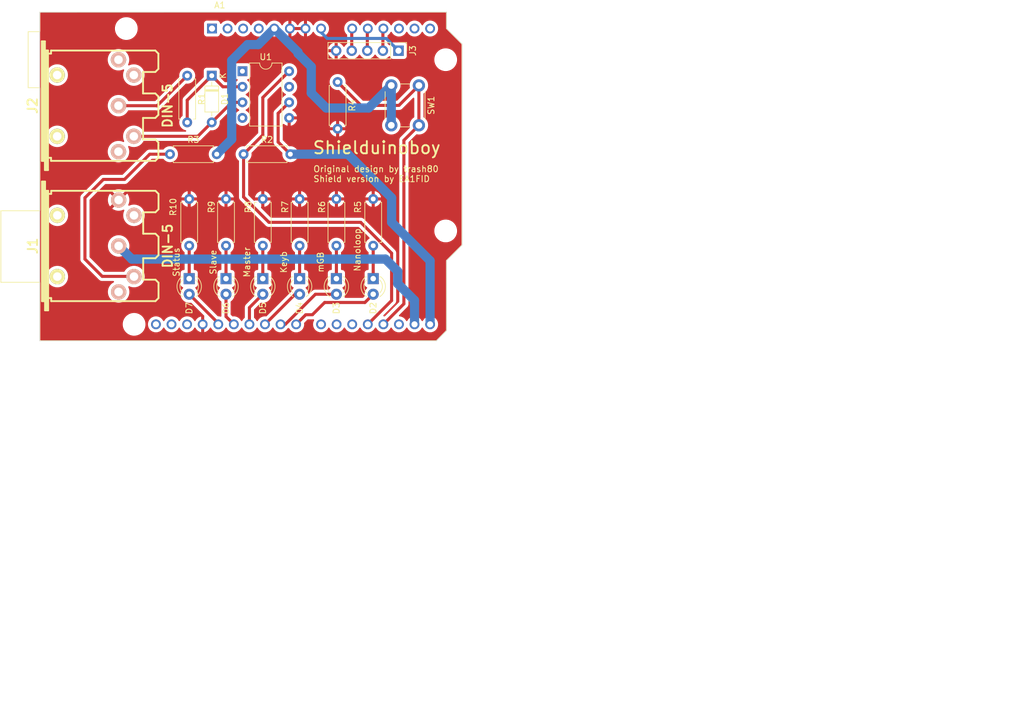
<source format=kicad_pcb>
(kicad_pcb (version 20221018) (generator pcbnew)
  (layers (0 "F.Cu" signal) (31 "B.Cu" signal) (34 "B.Paste" user) (35 "F.Paste" user) (36 "B.SilkS" user "B.Silkscreen") (37 "F.SilkS" user "F.Silkscreen") (38 "B.Mask" user) (39 "F.Mask" user) (44 "Edge.Cuts" user))
  (net 0 "")
  (net 5 "+5V")
  (net 6 "Earth")
  (net 7 "VIN")
  (net 8 "PIN A0")
  (net 9 "PIN A1")
  (net 10 "PIN A2")
  (net 14 "RX")
  (net 15 "TX")
  (net 17 "PIN 3")
  (net 18 "PIN 4")
  (net 22 "PIN 8")
  (net 23 "PIN 9")
  (net 24 "PIN 10")
  (net 25 "PIN 11")
  (net 26 "PIN 12")
  (net 27 "PIN 13")
  (net 31 "Net-(D1-K)")
  (net 32 "Net-(D1-A)")
  (net 33 "Net-(J1-Pad4)")
  (net 37 "Net-(J2-Pad2)")
  (net 43 "Net-(D2-K)")
  (net 44 "Net-(D3-K)")
  (net 45 "Net-(D4-K)")
  (net 46 "Net-(D5-K)")
  (net 47 "Net-(D6-K)")
  (net 48 "Net-(D7-K)")
  (footprint "Resistor_THT:R_Axial_DIN0207_L6.3mm_D2.5mm_P7.62mm_Horizontal" (layer "F.Cu") (at 160.1978 91.1098 -90)
    (fp_text reference "R4" (at 3.81 -2.37 90) (layer "F.SilkS"))
    (fp_text value "2K")
    (fp_line (start 0.54 -1.37) (end 7.08 -1.37) (stroke (width 0.12)) (layer "F.SilkS"))
    (fp_line (start 0.54 -1.04) (end 0.54 -1.37) (stroke (width 0.12)) (layer "F.SilkS"))
    (fp_line (start 0.54 1.04) (end 0.54 1.37) (stroke (width 0.12)) (layer "F.SilkS"))
    (fp_line (start 0.54 1.37) (end 7.08 1.37) (stroke (width 0.12)) (layer "F.SilkS"))
    (fp_line (start 7.08 -1.37) (end 7.08 -1.04) (stroke (width 0.12)) (layer "F.SilkS"))
    (fp_line (start 7.08 1.37) (end 7.08 1.04) (stroke (width 0.12)) (layer "F.SilkS"))
    (pad "1" thru_hole circle (at 0 0 270) (size 1.6 1.6) (drill 0.8) (layers "*.Cu" "*.Mask") (net 17 "PIN 3"))
    (pad "2" thru_hole oval (at 7.62 0 270) (size 1.6 1.6) (drill 0.8) (layers "*.Cu" "*.Mask") (net 6 "Earth"))
  )
  (footprint "Connector_PinHeader_2.54mm:PinHeader_1x05_P2.54mm_Vertical" (layer "F.Cu") (at 170.12 86 -90)
    (fp_text reference "J3" (at 0 -2.33 90) (layer "F.SilkS"))
    (fp_text value "Link cable")
    (fp_line (start -1.33 -1.33) (end 0 -1.33) (stroke (width 0.12)) (layer "F.SilkS"))
    (fp_line (start -1.33 0) (end -1.33 -1.33) (stroke (width 0.12)) (layer "F.SilkS"))
    (fp_line (start -1.33 1.27) (end -1.33 11.49) (stroke (width 0.12)) (layer "F.SilkS"))
    (fp_line (start -1.33 1.27) (end 1.33 1.27) (stroke (width 0.12)) (layer "F.SilkS"))
    (fp_line (start -1.33 11.49) (end 1.33 11.49) (stroke (width 0.12)) (layer "F.SilkS"))
    (fp_line (start 1.33 1.27) (end 1.33 11.49) (stroke (width 0.12)) (layer "F.SilkS"))
    (pad "1" thru_hole rect (at 0 0 270) (size 1.7 1.7) (drill 1) (layers "*.Cu" "*.Mask") (net 7 "VIN"))
    (pad "2" thru_hole oval (at 0 2.54 270) (size 1.7 1.7) (drill 1) (layers "*.Cu" "*.Mask") (net 10 "PIN A2"))
    (pad "3" thru_hole oval (at 0 5.08 270) (size 1.7 1.7) (drill 1) (layers "*.Cu" "*.Mask") (net 9 "PIN A1"))
    (pad "4" thru_hole oval (at 0 7.62 270) (size 1.7 1.7) (drill 1) (layers "*.Cu" "*.Mask") (net 8 "PIN A0"))
    (pad "5" thru_hole oval (at 0 10.16 270) (size 1.7 1.7) (drill 1) (layers "*.Cu" "*.Mask") (net 6 "Earth"))
  )
  (footprint "Resistor_THT:R_Axial_DIN0207_L6.3mm_D2.5mm_P7.62mm_Horizontal" (layer "F.Cu") (at 148 117.81 90)
    (fp_text reference "R8" (at 6.31 -2.37 90) (layer "F.SilkS"))
    (fp_text value "2K")
    (fp_line (start 0.54 -1.37) (end 7.08 -1.37) (stroke (width 0.12)) (layer "F.SilkS"))
    (fp_line (start 0.54 -1.04) (end 0.54 -1.37) (stroke (width 0.12)) (layer "F.SilkS"))
    (fp_line (start 0.54 1.04) (end 0.54 1.37) (stroke (width 0.12)) (layer "F.SilkS"))
    (fp_line (start 0.54 1.37) (end 7.08 1.37) (stroke (width 0.12)) (layer "F.SilkS"))
    (fp_line (start 7.08 -1.37) (end 7.08 -1.04) (stroke (width 0.12)) (layer "F.SilkS"))
    (fp_line (start 7.08 1.37) (end 7.08 1.04) (stroke (width 0.12)) (layer "F.SilkS"))
    (pad "1" thru_hole circle (at 0 0 90) (size 1.6 1.6) (drill 0.8) (layers "*.Cu" "*.Mask") (net 46 "Net-(D5-K)"))
    (pad "2" thru_hole oval (at 7.62 0 90) (size 1.6 1.6) (drill 0.8) (layers "*.Cu" "*.Mask") (net 6 "Earth"))
  )
  (footprint "LED_THT:LED_D3.0mm" (layer "F.Cu") (at 142 123.19 -90)
    (fp_text reference "D6" (at 4.81 0 90) (layer "F.SilkS"))
    (fp_text value "Mode 1")
    (fp_line (start -0.29 -1.236) (end -0.29 -1.08) (stroke (width 0.12)) (layer "F.SilkS"))
    (fp_line (start -0.29 1.08) (end -0.29 1.236) (stroke (width 0.12)) (layer "F.SilkS"))
    (fp_arc (start -0.29 -1.235516) (mid 1.366487 -1.987659) (end 2.942335 -1.078608) (stroke (width 0.12)) (layer "F.SilkS"))
    (fp_arc (start 0.229039 -1.08) (mid 1.270117 -1.5) (end 2.31113 -1.079837) (stroke (width 0.12)) (layer "F.SilkS"))
    (fp_arc (start 2.31113 1.079837) (mid 1.270117 1.5) (end 0.229039 1.08) (stroke (width 0.12)) (layer "F.SilkS"))
    (fp_arc (start 2.942335 1.078608) (mid 1.366487 1.987659) (end -0.29 1.235516) (stroke (width 0.12)) (layer "F.SilkS"))
    (pad "1" thru_hole rect (at 0 0 270) (size 1.8 1.8) (drill 0.9) (layers "*.Cu" "*.Mask") (net 47 "Net-(D6-K)"))
    (pad "2" thru_hole circle (at 2.54 0 270) (size 1.8 1.8) (drill 0.9) (layers "*.Cu" "*.Mask") (net 26 "PIN 12"))
  )
  (footprint "LED_THT:LED_D3.0mm" (layer "F.Cu") (at 154 123.19 -90)
    (fp_text reference "D4" (at 4.81 0 90) (layer "F.SilkS"))
    (fp_text value "Mode 1")
    (fp_line (start -0.29 -1.236) (end -0.29 -1.08) (stroke (width 0.12)) (layer "F.SilkS"))
    (fp_line (start -0.29 1.08) (end -0.29 1.236) (stroke (width 0.12)) (layer "F.SilkS"))
    (fp_arc (start -0.29 -1.235516) (mid 1.366487 -1.987659) (end 2.942335 -1.078608) (stroke (width 0.12)) (layer "F.SilkS"))
    (fp_arc (start 0.229039 -1.08) (mid 1.270117 -1.5) (end 2.31113 -1.079837) (stroke (width 0.12)) (layer "F.SilkS"))
    (fp_arc (start 2.31113 1.079837) (mid 1.270117 1.5) (end 0.229039 1.08) (stroke (width 0.12)) (layer "F.SilkS"))
    (fp_arc (start 2.942335 1.078608) (mid 1.366487 1.987659) (end -0.29 1.235516) (stroke (width 0.12)) (layer "F.SilkS"))
    (pad "1" thru_hole rect (at 0 0 270) (size 1.8 1.8) (drill 0.9) (layers "*.Cu" "*.Mask") (net 45 "Net-(D4-K)"))
    (pad "2" thru_hole circle (at 2.54 0 270) (size 1.8 1.8) (drill 0.9) (layers "*.Cu" "*.Mask") (net 24 "PIN 10"))
  )
  (footprint "LED_THT:LED_D3.0mm" (layer "F.Cu") (at 166 123.19 -90)
    (fp_text reference "D2" (at 4.81 0 90) (layer "F.SilkS"))
    (fp_text value "Mode 1")
    (fp_line (start -0.29 -1.236) (end -0.29 -1.08) (stroke (width 0.12)) (layer "F.SilkS"))
    (fp_line (start -0.29 1.08) (end -0.29 1.236) (stroke (width 0.12)) (layer "F.SilkS"))
    (fp_arc (start -0.29 -1.235516) (mid 1.366487 -1.987659) (end 2.942335 -1.078608) (stroke (width 0.12)) (layer "F.SilkS"))
    (fp_arc (start 0.229039 -1.08) (mid 1.270117 -1.5) (end 2.31113 -1.079837) (stroke (width 0.12)) (layer "F.SilkS"))
    (fp_arc (start 2.31113 1.079837) (mid 1.270117 1.5) (end 0.229039 1.08) (stroke (width 0.12)) (layer "F.SilkS"))
    (fp_arc (start 2.942335 1.078608) (mid 1.366487 1.987659) (end -0.29 1.235516) (stroke (width 0.12)) (layer "F.SilkS"))
    (pad "1" thru_hole rect (at 0 0 270) (size 1.8 1.8) (drill 0.9) (layers "*.Cu" "*.Mask") (net 43 "Net-(D2-K)"))
    (pad "2" thru_hole circle (at 2.54 0 270) (size 1.8 1.8) (drill 0.9) (layers "*.Cu" "*.Mask") (net 22 "PIN 8"))
  )
  (footprint "LED_THT:LED_D3.0mm" (layer "F.Cu") (at 160 123.19 -90)
    (fp_text reference "D3" (at 4.81 0 90) (layer "F.SilkS"))
    (fp_text value "Mode 1")
    (fp_line (start -0.29 -1.236) (end -0.29 -1.08) (stroke (width 0.12)) (layer "F.SilkS"))
    (fp_line (start -0.29 1.08) (end -0.29 1.236) (stroke (width 0.12)) (layer "F.SilkS"))
    (fp_arc (start -0.29 -1.235516) (mid 1.366487 -1.987659) (end 2.942335 -1.078608) (stroke (width 0.12)) (layer "F.SilkS"))
    (fp_arc (start 0.229039 -1.08) (mid 1.270117 -1.5) (end 2.31113 -1.079837) (stroke (width 0.12)) (layer "F.SilkS"))
    (fp_arc (start 2.31113 1.079837) (mid 1.270117 1.5) (end 0.229039 1.08) (stroke (width 0.12)) (layer "F.SilkS"))
    (fp_arc (start 2.942335 1.078608) (mid 1.366487 1.987659) (end -0.29 1.235516) (stroke (width 0.12)) (layer "F.SilkS"))
    (pad "1" thru_hole rect (at 0 0 270) (size 1.8 1.8) (drill 0.9) (layers "*.Cu" "*.Mask") (net 44 "Net-(D3-K)"))
    (pad "2" thru_hole circle (at 2.54 0 270) (size 1.8 1.8) (drill 0.9) (layers "*.Cu" "*.Mask") (net 23 "PIN 9"))
  )
  (footprint "Module:Arduino_UNO_R3_WithMountingHoles" (layer "F.Cu") (at 139.7168 82.38508)
    (fp_text reference "A1" (at 1.27 -3.81 180) (layer "F.SilkS"))
    (fp_text value "Arduino_UNO_R3")
    (fp_line (start -34.42 29.72) (end -34.42 41.4) (stroke (width 0.12)) (layer "F.SilkS"))
    (fp_line (start -34.42 41.4) (end -28.07 41.4) (stroke (width 0.12)) (layer "F.SilkS"))
    (fp_line (start -29.97 0.51) (end -29.97 9.65) (stroke (width 0.12)) (layer "F.SilkS"))
    (fp_line (start -29.97 9.65) (end -28.07 9.65) (stroke (width 0.12)) (layer "F.SilkS"))
    (fp_line (start -28.07 -2.67) (end -28.07 0.51) (stroke (width 0.12)) (layer "F.SilkS"))
    (fp_line (start -28.07 0.51) (end -29.97 0.51) (stroke (width 0.12)) (layer "F.SilkS"))
    (fp_line (start -28.07 9.65) (end -28.07 29.72) (stroke (width 0.12)) (layer "F.SilkS"))
    (fp_line (start -28.07 29.72) (end -34.42 29.72) (stroke (width 0.12)) (layer "F.SilkS"))
    (fp_line (start -28.07 41.4) (end -28.07 50.93) (stroke (width 0.12)) (layer "F.SilkS"))
    (fp_line (start -28.07 50.93) (end 36.58 50.93) (stroke (width 0.12)) (layer "F.SilkS"))
    (fp_line (start 36.58 50.93) (end 38.23 49.28) (stroke (width 0.12)) (layer "F.SilkS"))
    (fp_line (start 38.23 -2.67) (end -28.07 -2.67) (stroke (width 0.12)) (layer "F.SilkS"))
    (fp_line (start 38.23 0) (end 38.23 -2.67) (stroke (width 0.12)) (layer "F.SilkS"))
    (fp_line (start 38.23 37.85) (end 40.77 35.31) (stroke (width 0.12)) (layer "F.SilkS"))
    (fp_line (start 38.23 49.28) (end 38.23 37.85) (stroke (width 0.12)) (layer "F.SilkS"))
    (fp_line (start 40.77 2.54) (end 38.23 0) (stroke (width 0.12)) (layer "F.SilkS"))
    (fp_line (start 40.77 35.31) (end 40.77 2.54) (stroke (width 0.12)) (layer "F.SilkS"))
    (pad "" np_thru_hole circle (at -13.97 0 90) (size 3.2 3.2) (drill 3.2) (layers "*.Cu" "*.Mask"))
    (pad "" np_thru_hole circle (at -12.7 48.26 90) (size 3.2 3.2) (drill 3.2) (layers "*.Cu" "*.Mask"))
    (pad "" np_thru_hole circle (at 38.1 5.08 90) (size 3.2 3.2) (drill 3.2) (layers "*.Cu" "*.Mask"))
    (pad "" np_thru_hole circle (at 38.1 33.02 90) (size 3.2 3.2) (drill 3.2) (layers "*.Cu" "*.Mask"))
    (pad "1" thru_hole rect (at 0 0 90) (size 1.6 1.6) (drill 1) (layers "*.Cu" "*.Mask"))
    (pad "2" thru_hole oval (at 2.54 0 90) (size 1.6 1.6) (drill 1) (layers "*.Cu" "*.Mask"))
    (pad "3" thru_hole oval (at 5.08 0 90) (size 1.6 1.6) (drill 1) (layers "*.Cu" "*.Mask"))
    (pad "4" thru_hole oval (at 7.62 0 90) (size 1.6 1.6) (drill 1) (layers "*.Cu" "*.Mask"))
    (pad "5" thru_hole oval (at 10.16 0 90) (size 1.6 1.6) (drill 1) (layers "*.Cu" "*.Mask") (net 5 "+5V"))
    (pad "6" thru_hole oval (at 12.7 0 90) (size 1.6 1.6) (drill 1) (layers "*.Cu" "*.Mask") (net 6 "Earth"))
    (pad "7" thru_hole oval (at 15.24 0 90) (size 1.6 1.6) (drill 1) (layers "*.Cu" "*.Mask") (net 6 "Earth"))
    (pad "8" thru_hole oval (at 17.78 0 90) (size 1.6 1.6) (drill 1) (layers "*.Cu" "*.Mask") (net 7 "VIN"))
    (pad "9" thru_hole oval (at 22.86 0 90) (size 1.6 1.6) (drill 1) (layers "*.Cu" "*.Mask") (net 8 "PIN A0"))
    (pad "10" thru_hole oval (at 25.4 0 90) (size 1.6 1.6) (drill 1) (layers "*.Cu" "*.Mask") (net 9 "PIN A1"))
    (pad "11" thru_hole oval (at 27.94 0 90) (size 1.6 1.6) (drill 1) (layers "*.Cu" "*.Mask") (net 10 "PIN A2"))
    (pad "12" thru_hole oval (at 30.48 0 90) (size 1.6 1.6) (drill 1) (layers "*.Cu" "*.Mask"))
    (pad "13" thru_hole oval (at 33.02 0 90) (size 1.6 1.6) (drill 1) (layers "*.Cu" "*.Mask"))
    (pad "14" thru_hole oval (at 35.56 0 90) (size 1.6 1.6) (drill 1) (layers "*.Cu" "*.Mask"))
    (pad "15" thru_hole oval (at 35.56 48.26 90) (size 1.6 1.6) (drill 1) (layers "*.Cu" "*.Mask") (net 14 "RX"))
    (pad "16" thru_hole oval (at 33.02 48.26 90) (size 1.6 1.6) (drill 1) (layers "*.Cu" "*.Mask") (net 15 "TX"))
    (pad "17" thru_hole oval (at 30.48 48.26 90) (size 1.6 1.6) (drill 1) (layers "*.Cu" "*.Mask"))
    (pad "18" thru_hole oval (at 27.94 48.26 90) (size 1.6 1.6) (drill 1) (layers "*.Cu" "*.Mask") (net 17 "PIN 3"))
    (pad "19" thru_hole oval (at 25.4 48.26 90) (size 1.6 1.6) (drill 1) (layers "*.Cu" "*.Mask") (net 18 "PIN 4"))
    (pad "20" thru_hole oval (at 22.86 48.26 90) (size 1.6 1.6) (drill 1) (layers "*.Cu" "*.Mask"))
    (pad "21" thru_hole oval (at 20.32 48.26 90) (size 1.6 1.6) (drill 1) (layers "*.Cu" "*.Mask"))
    (pad "22" thru_hole oval (at 17.78 48.26 90) (size 1.6 1.6) (drill 1) (layers "*.Cu" "*.Mask"))
    (pad "23" thru_hole oval (at 13.72 48.26 90) (size 1.6 1.6) (drill 1) (layers "*.Cu" "*.Mask") (net 22 "PIN 8"))
    (pad "24" thru_hole oval (at 11.18 48.26 90) (size 1.6 1.6) (drill 1) (layers "*.Cu" "*.Mask") (net 23 "PIN 9"))
    (pad "25" thru_hole oval (at 8.64 48.26 90) (size 1.6 1.6) (drill 1) (layers "*.Cu" "*.Mask") (net 24 "PIN 10"))
    (pad "26" thru_hole oval (at 6.1 48.26 90) (size 1.6 1.6) (drill 1) (layers "*.Cu" "*.Mask") (net 25 "PIN 11"))
    (pad "27" thru_hole oval (at 3.56 48.26 90) (size 1.6 1.6) (drill 1) (layers "*.Cu" "*.Mask") (net 26 "PIN 12"))
    (pad "28" thru_hole oval (at 1.02 48.26 90) (size 1.6 1.6) (drill 1) (layers "*.Cu" "*.Mask") (net 27 "PIN 13"))
    (pad "29" thru_hole oval (at -1.52 48.26 90) (size 1.6 1.6) (drill 1) (layers "*.Cu" "*.Mask") (net 6 "Earth"))
    (pad "30" thru_hole oval (at -4.06 48.26 90) (size 1.6 1.6) (drill 1) (layers "*.Cu" "*.Mask"))
    (pad "31" thru_hole oval (at -6.6 48.26 90) (size 1.6 1.6) (drill 1) (layers "*.Cu" "*.Mask"))
    (pad "32" thru_hole oval (at -9.14 48.26 90) (size 1.6 1.6) (drill 1) (layers "*.Cu" "*.Mask"))
  )
  (footprint "LED_THT:LED_D3.0mm" (layer "F.Cu") (at 148 123.19 -90)
    (fp_text reference "D5" (at 4.81 0 90) (layer "F.SilkS"))
    (fp_text value "Mode 1")
    (fp_line (start -0.29 -1.236) (end -0.29 -1.08) (stroke (width 0.12)) (layer "F.SilkS"))
    (fp_line (start -0.29 1.08) (end -0.29 1.236) (stroke (width 0.12)) (layer "F.SilkS"))
    (fp_arc (start -0.29 -1.235516) (mid 1.366487 -1.987659) (end 2.942335 -1.078608) (stroke (width 0.12)) (layer "F.SilkS"))
    (fp_arc (start 0.229039 -1.08) (mid 1.270117 -1.5) (end 2.31113 -1.079837) (stroke (width 0.12)) (layer "F.SilkS"))
    (fp_arc (start 2.31113 1.079837) (mid 1.270117 1.5) (end 0.229039 1.08) (stroke (width 0.12)) (layer "F.SilkS"))
    (fp_arc (start 2.942335 1.078608) (mid 1.366487 1.987659) (end -0.29 1.235516) (stroke (width 0.12)) (layer "F.SilkS"))
    (pad "1" thru_hole rect (at 0 0 270) (size 1.8 1.8) (drill 0.9) (layers "*.Cu" "*.Mask") (net 46 "Net-(D5-K)"))
    (pad "2" thru_hole circle (at 2.54 0 270) (size 1.8 1.8) (drill 0.9) (layers "*.Cu" "*.Mask") (net 25 "PIN 11"))
  )
  (footprint "Package_DIP:DIP-8_W7.62mm" (layer "F.Cu") (at 144.6768 89.34508)
    (fp_text reference "U1" (at 3.81 -2.33) (layer "F.SilkS"))
    (fp_text value "6N138")
    (fp_line (start 1.16 -1.33) (end 1.16 8.95) (stroke (width 0.12)) (layer "F.SilkS"))
    (fp_line (start 1.16 8.95) (end 6.46 8.95) (stroke (width 0.12)) (layer "F.SilkS"))
    (fp_line (start 2.81 -1.33) (end 1.16 -1.33) (stroke (width 0.12)) (layer "F.SilkS"))
    (fp_line (start 6.46 -1.33) (end 4.81 -1.33) (stroke (width 0.12)) (layer "F.SilkS"))
    (fp_line (start 6.46 8.95) (end 6.46 -1.33) (stroke (width 0.12)) (layer "F.SilkS"))
    (fp_arc (start 4.81 -1.33) (mid 3.81 -0.33) (end 2.81 -1.33) (stroke (width 0.12)) (layer "F.SilkS"))
    (pad "1" thru_hole rect (at 0 0) (size 1.6 1.6) (drill 0.8) (layers "*.Cu" "*.Mask"))
    (pad "2" thru_hole oval (at 0 2.54) (size 1.6 1.6) (drill 0.8) (layers "*.Cu" "*.Mask") (net 31 "Net-(D1-K)"))
    (pad "3" thru_hole oval (at 0 5.08) (size 1.6 1.6) (drill 0.8) (layers "*.Cu" "*.Mask") (net 32 "Net-(D1-A)"))
    (pad "4" thru_hole oval (at 0 7.62) (size 1.6 1.6) (drill 0.8) (layers "*.Cu" "*.Mask"))
    (pad "5" thru_hole oval (at 7.62 7.62) (size 1.6 1.6) (drill 0.8) (layers "*.Cu" "*.Mask") (net 6 "Earth"))
    (pad "6" thru_hole oval (at 7.62 5.08) (size 1.6 1.6) (drill 0.8) (layers "*.Cu" "*.Mask") (net 14 "RX"))
    (pad "7" thru_hole oval (at 7.62 2.54) (size 1.6 1.6) (drill 0.8) (layers "*.Cu" "*.Mask"))
    (pad "8" thru_hole oval (at 7.62 0) (size 1.6 1.6) (drill 0.8) (layers "*.Cu" "*.Mask") (net 18 "PIN 4"))
  )
  (footprint "Resistor_THT:R_Axial_DIN0207_L6.3mm_D2.5mm_P7.62mm_Horizontal" (layer "F.Cu") (at 154 117.81 90)
    (fp_text reference "R7" (at 6.31 -2.37 90) (layer "F.SilkS"))
    (fp_text value "2K")
    (fp_line (start 0.54 -1.37) (end 7.08 -1.37) (stroke (width 0.12)) (layer "F.SilkS"))
    (fp_line (start 0.54 -1.04) (end 0.54 -1.37) (stroke (width 0.12)) (layer "F.SilkS"))
    (fp_line (start 0.54 1.04) (end 0.54 1.37) (stroke (width 0.12)) (layer "F.SilkS"))
    (fp_line (start 0.54 1.37) (end 7.08 1.37) (stroke (width 0.12)) (layer "F.SilkS"))
    (fp_line (start 7.08 -1.37) (end 7.08 -1.04) (stroke (width 0.12)) (layer "F.SilkS"))
    (fp_line (start 7.08 1.37) (end 7.08 1.04) (stroke (width 0.12)) (layer "F.SilkS"))
    (pad "1" thru_hole circle (at 0 0 90) (size 1.6 1.6) (drill 0.8) (layers "*.Cu" "*.Mask") (net 45 "Net-(D4-K)"))
    (pad "2" thru_hole oval (at 7.62 0 90) (size 1.6 1.6) (drill 0.8) (layers "*.Cu" "*.Mask") (net 6 "Earth"))
  )
  (footprint "Resistor_THT:R_Axial_DIN0207_L6.3mm_D2.5mm_P7.62mm_Horizontal" (layer "F.Cu") (at 160 117.81 90)
    (fp_text reference "R6" (at 6.31 -2.37 90) (layer "F.SilkS"))
    (fp_text value "2K")
    (fp_line (start 0.54 -1.37) (end 7.08 -1.37) (stroke (width 0.12)) (layer "F.SilkS"))
    (fp_line (start 0.54 -1.04) (end 0.54 -1.37) (stroke (width 0.12)) (layer "F.SilkS"))
    (fp_line (start 0.54 1.04) (end 0.54 1.37) (stroke (width 0.12)) (layer "F.SilkS"))
    (fp_line (start 0.54 1.37) (end 7.08 1.37) (stroke (width 0.12)) (layer "F.SilkS"))
    (fp_line (start 7.08 -1.37) (end 7.08 -1.04) (stroke (width 0.12)) (layer "F.SilkS"))
    (fp_line (start 7.08 1.37) (end 7.08 1.04) (stroke (width 0.12)) (layer "F.SilkS"))
    (pad "1" thru_hole circle (at 0 0 90) (size 1.6 1.6) (drill 0.8) (layers "*.Cu" "*.Mask") (net 44 "Net-(D3-K)"))
    (pad "2" thru_hole oval (at 7.62 0 90) (size 1.6 1.6) (drill 0.8) (layers "*.Cu" "*.Mask") (net 6 "Earth"))
  )
  (footprint "Resistor_THT:R_Axial_DIN0207_L6.3mm_D2.5mm_P7.62mm_Horizontal" (layer "F.Cu") (at 144.8668 102.88508)
    (fp_text reference "R2" (at 3.81 -2.37) (layer "F.SilkS"))
    (fp_text value "270R")
    (fp_line (start 0.54 -1.37) (end 7.08 -1.37) (stroke (width 0.12)) (layer "F.SilkS"))
    (fp_line (start 0.54 -1.04) (end 0.54 -1.37) (stroke (width 0.12)) (layer "F.SilkS"))
    (fp_line (start 0.54 1.04) (end 0.54 1.37) (stroke (width 0.12)) (layer "F.SilkS"))
    (fp_line (start 0.54 1.37) (end 7.08 1.37) (stroke (width 0.12)) (layer "F.SilkS"))
    (fp_line (start 7.08 -1.37) (end 7.08 -1.04) (stroke (width 0.12)) (layer "F.SilkS"))
    (fp_line (start 7.08 1.37) (end 7.08 1.04) (stroke (width 0.12)) (layer "F.SilkS"))
    (pad "1" thru_hole circle (at 0 0) (size 1.6 1.6) (drill 0.8) (layers "*.Cu" "*.Mask") (net 18 "PIN 4"))
    (pad "2" thru_hole oval (at 7.62 0) (size 1.6 1.6) (drill 0.8) (layers "*.Cu" "*.Mask") (net 14 "RX"))
  )
  (footprint "Resistor_THT:R_Axial_DIN0207_L6.3mm_D2.5mm_P7.62mm_Horizontal" (layer "F.Cu") (at 132.8668 102.88508)
    (fp_text reference "R3" (at 3.81 -2.37) (layer "F.SilkS"))
    (fp_text value "220R")
    (fp_line (start 0.54 -1.37) (end 7.08 -1.37) (stroke (width 0.12)) (layer "F.SilkS"))
    (fp_line (start 0.54 -1.04) (end 0.54 -1.37) (stroke (width 0.12)) (layer "F.SilkS"))
    (fp_line (start 0.54 1.04) (end 0.54 1.37) (stroke (width 0.12)) (layer "F.SilkS"))
    (fp_line (start 0.54 1.37) (end 7.08 1.37) (stroke (width 0.12)) (layer "F.SilkS"))
    (fp_line (start 7.08 -1.37) (end 7.08 -1.04) (stroke (width 0.12)) (layer "F.SilkS"))
    (fp_line (start 7.08 1.37) (end 7.08 1.04) (stroke (width 0.12)) (layer "F.SilkS"))
    (pad "1" thru_hole circle (at 0 0) (size 1.6 1.6) (drill 0.8) (layers "*.Cu" "*.Mask") (net 33 "Net-(J1-Pad4)"))
    (pad "2" thru_hole oval (at 7.62 0) (size 1.6 1.6) (drill 0.8) (layers "*.Cu" "*.Mask") (net 5 "+5V"))
  )
  (footprint "Diode_THT:D_DO-35_SOD27_P7.62mm_Horizontal" (layer "F.Cu") (at 139.6768 90.07508 -90)
    (fp_text reference "D1" (at 3.81 -2.12 90) (layer "F.SilkS"))
    (fp_text value "1N914")
    (fp_text user "K" (at 0 -1.8 90) (layer "F.SilkS"))
    (fp_line (start 1.04 0) (end 1.69 0) (stroke (width 0.12)) (layer "F.SilkS"))
    (fp_line (start 1.69 -1.12) (end 1.69 1.12) (stroke (width 0.12)) (layer "F.SilkS"))
    (fp_line (start 1.69 1.12) (end 5.93 1.12) (stroke (width 0.12)) (layer "F.SilkS"))
    (fp_line (start 2.29 -1.12) (end 2.29 1.12) (stroke (width 0.12)) (layer "F.SilkS"))
    (fp_line (start 2.41 -1.12) (end 2.41 1.12) (stroke (width 0.12)) (layer "F.SilkS"))
    (fp_line (start 2.53 -1.12) (end 2.53 1.12) (stroke (width 0.12)) (layer "F.SilkS"))
    (fp_line (start 5.93 -1.12) (end 1.69 -1.12) (stroke (width 0.12)) (layer "F.SilkS"))
    (fp_line (start 5.93 1.12) (end 5.93 -1.12) (stroke (width 0.12)) (layer "F.SilkS"))
    (fp_line (start 6.58 0) (end 5.93 0) (stroke (width 0.12)) (layer "F.SilkS"))
    (pad "1" thru_hole rect (at 0 0 270) (size 1.6 1.6) (drill 0.8) (layers "*.Cu" "*.Mask") (net 31 "Net-(D1-K)"))
    (pad "2" thru_hole oval (at 7.62 0 270) (size 1.6 1.6) (drill 0.8) (layers "*.Cu" "*.Mask") (net 32 "Net-(D1-A)"))
  )
  (footprint "Resistor_THT:R_Axial_DIN0207_L6.3mm_D2.5mm_P7.62mm_Horizontal" (layer "F.Cu") (at 166 117.81 90)
    (fp_text reference "R5" (at 6.31 -2.5 90) (layer "F.SilkS"))
    (fp_text value "2K")
    (fp_line (start 0.54 -1.37) (end 7.08 -1.37) (stroke (width 0.12)) (layer "F.SilkS"))
    (fp_line (start 0.54 -1.04) (end 0.54 -1.37) (stroke (width 0.12)) (layer "F.SilkS"))
    (fp_line (start 0.54 1.04) (end 0.54 1.37) (stroke (width 0.12)) (layer "F.SilkS"))
    (fp_line (start 0.54 1.37) (end 7.08 1.37) (stroke (width 0.12)) (layer "F.SilkS"))
    (fp_line (start 7.08 -1.37) (end 7.08 -1.04) (stroke (width 0.12)) (layer "F.SilkS"))
    (fp_line (start 7.08 1.37) (end 7.08 1.04) (stroke (width 0.12)) (layer "F.SilkS"))
    (pad "1" thru_hole circle (at 0 0 90) (size 1.6 1.6) (drill 0.8) (layers "*.Cu" "*.Mask") (net 43 "Net-(D2-K)"))
    (pad "2" thru_hole oval (at 7.62 0 90) (size 1.6 1.6) (drill 0.8) (layers "*.Cu" "*.Mask") (net 6 "Earth"))
  )
  (footprint "Eurocad:MIDI_DIN5" (layer "F.Cu") (at 121.4723 94.9706 -90)
    (fp_text reference "J2" (at 0 11.00074 90) (layer "F.SilkS") (effects (font (size 1.524 1.524) (thickness 0.3048))))
    (fp_text value "DIN-5" (at 0 -11.00074 90) (layer "F.SilkS") (effects (font (size 1.524 1.524) (thickness 0.3048))))
    (fp_line (start -10.50036 8.99922) (end -8.99922 8.99922) (stroke (width 0.3048)) (layer "F.SilkS"))
    (fp_line (start -10.50036 9.25068) (end 8.99922 9.25068) (stroke (width 0.3048)) (layer "F.SilkS"))
    (fp_line (start -10.50036 9.4996) (end -10.50036 8.99922) (stroke (width 0.3048)) (layer "F.SilkS"))
    (fp_line (start -8.99922 -8.99922) (end -8.99922 8.001) (stroke (width 0.3048)) (layer "F.SilkS"))
    (fp_line (start -8.99922 -8.99922) (end -8.49884 -9.4996) (stroke (width 0.3048)) (layer "F.SilkS"))
    (fp_line (start -8.99922 8.001) (end -8.49884 8.001) (stroke (width 0.3048)) (layer "F.SilkS"))
    (fp_line (start -8.99922 8.49884) (end 10.50036 8.49884) (stroke (width 0.3048)) (layer "F.SilkS"))
    (fp_line (start -8.99922 8.7503) (end 10.50036 8.7503) (stroke (width 0.3048)) (layer "F.SilkS"))
    (fp_line (start -8.99922 8.99922) (end -8.99922 8.49884) (stroke (width 0.3048)) (layer "F.SilkS"))
    (fp_line (start -8.49884 -9.4996) (end -5.99948 -9.4996) (stroke (width 0.3048)) (layer "F.SilkS"))
    (fp_line (start -8.49884 8.001) (end -8.49884 8.49884) (stroke (width 0.3048)) (layer "F.SilkS"))
    (fp_line (start -5.99948 -9.4996) (end -5.4991 -8.99922) (stroke (width 0.3048)) (layer "F.SilkS"))
    (fp_line (start -5.4991 -8.99922) (end -5.4991 -7.00024) (stroke (width 0.3048)) (layer "F.SilkS"))
    (fp_line (start -5.4991 -7.00024) (end -1.99898 -7.00024) (stroke (width 0.3048)) (layer "F.SilkS"))
    (fp_line (start -1.99898 -8.99922) (end -1.99898 -7.00024) (stroke (width 0.3048)) (layer "F.SilkS"))
    (fp_line (start -1.50114 -9.4996) (end -1.99898 -8.99922) (stroke (width 0.3048)) (layer "F.SilkS"))
    (fp_line (start -1.50114 -9.4996) (end 1.50114 -9.4996) (stroke (width 0.3048)) (layer "F.SilkS"))
    (fp_line (start 1.50114 -9.4996) (end 1.99898 -8.99922) (stroke (width 0.3048)) (layer "F.SilkS"))
    (fp_line (start 1.99898 -8.99922) (end 1.99898 -7.00024) (stroke (width 0.3048)) (layer "F.SilkS"))
    (fp_line (start 5.4991 -8.99922) (end 5.4991 -7.00024) (stroke (width 0.3048)) (layer "F.SilkS"))
    (fp_line (start 5.4991 -7.00024) (end 1.99898 -7.00024) (stroke (width 0.3048)) (layer "F.SilkS"))
    (fp_line (start 5.99948 -9.4996) (end 5.4991 -8.99922) (stroke (width 0.3048)) (layer "F.SilkS"))
    (fp_line (start 6.49986 -9.4996) (end 5.99948 -9.4996) (stroke (width 0.3048)) (layer "F.SilkS"))
    (fp_line (start 8.49884 -9.4996) (end 6.49986 -9.4996) (stroke (width 0.3048)) (layer "F.SilkS"))
    (fp_line (start 8.49884 8.49884) (end 8.49884 8.001) (stroke (width 0.3048)) (layer "F.SilkS"))
    (fp_line (start 8.99922 -8.99922) (end 8.49884 -9.4996) (stroke (width 0.3048)) (layer "F.SilkS"))
    (fp_line (start 8.99922 -8.99922) (end 8.99922 8.001) (stroke (width 0.3048)) (layer "F.SilkS"))
    (fp_line (start 8.99922 8.001) (end 8.49884 8.001) (stroke (width 0.3048)) (layer "F.SilkS"))
    (fp_line (start 8.99922 8.99922) (end -8.99922 8.99922) (stroke (width 0.3048)) (layer "F.SilkS"))
    (fp_line (start 8.99922 8.99922) (end 8.99922 9.4996) (stroke (width 0.3048)) (layer "F.SilkS"))
    (fp_line (start 8.99922 9.4996) (end -10.50036 9.4996) (stroke (width 0.3048)) (layer "F.SilkS"))
    (fp_line (start 10.50036 8.49884) (end 10.50036 8.99922) (stroke (width 0.3048)) (layer "F.SilkS"))
    (fp_line (start 10.50036 8.99922) (end 8.99922 8.99922) (stroke (width 0.3048)) (layer "F.SilkS"))
    (pad "" np_thru_hole circle (at -5.00126 6.9977 270) (size 2.49936 2.49936) (drill 1.397) (layers "*.Cu" "*.Mask" "F.SilkS"))
    (pad "" np_thru_hole circle (at 5.00126 6.9977 270) (size 2.49936 2.49936) (drill 1.397) (layers "*.Cu" "*.Mask" "F.SilkS"))
    (pad "1" thru_hole circle (at 7.49808 -2.9972 270) (size 2.49936 2.49936) (drill 1.397) (layers "*.Cu" "*.SilkS" "*.Mask"))
    (pad "2" thru_hole circle (at 0 -2.99974 270) (size 2.49936 2.49936) (drill 1.397) (layers "*.Cu" "*.SilkS" "*.Mask") (net 37 "Net-(J2-Pad2)"))
    (pad "3" thru_hole circle (at -7.49808 -2.9972 270) (size 2.49936 2.49936) (drill 1.397) (layers "*.Cu" "*.SilkS" "*.Mask"))
    (pad "4" thru_hole circle (at 4.99618 -5.4991 270) (size 2.49936 2.49936) (drill 1.397) (layers "*.Cu" "*.SilkS" "*.Mask") (net 32 "Net-(D1-A)"))
    (pad "5" thru_hole circle (at -4.99618 -5.4991 270) (size 2.49936 2.49936) (drill 1.397) (layers "*.Cu" "*.SilkS" "*.Mask"))
  )
  (footprint "Resistor_THT:R_Axial_DIN0207_L6.3mm_D2.5mm_P7.62mm_Horizontal" (layer "F.Cu") (at 142 117.81 90)
    (fp_text reference "R9" (at 6.31 -2.37 90) (layer "F.SilkS"))
    (fp_text value "2K")
    (fp_line (start 0.54 -1.37) (end 7.08 -1.37) (stroke (width 0.12)) (layer "F.SilkS"))
    (fp_line (start 0.54 -1.04) (end 0.54 -1.37) (stroke (width 0.12)) (layer "F.SilkS"))
    (fp_line (start 0.54 1.04) (end 0.54 1.37) (stroke (width 0.12)) (layer "F.SilkS"))
    (fp_line (start 0.54 1.37) (end 7.08 1.37) (stroke (width 0.12)) (layer "F.SilkS"))
    (fp_line (start 7.08 -1.37) (end 7.08 -1.04) (stroke (width 0.12)) (layer "F.SilkS"))
    (fp_line (start 7.08 1.37) (end 7.08 1.04) (stroke (width 0.12)) (layer "F.SilkS"))
    (pad "1" thru_hole circle (at 0 0 90) (size 1.6 1.6) (drill 0.8) (layers "*.Cu" "*.Mask") (net 47 "Net-(D6-K)"))
    (pad "2" thru_hole oval (at 7.62 0 90) (size 1.6 1.6) (drill 0.8) (layers "*.Cu" "*.Mask") (net 6 "Earth"))
  )
  (footprint "Button_Switch_THT:SW_PUSH_6mm" (layer "F.Cu") (at 173.4478 91.6698 -90)
    (fp_text reference "SW1" (at 3.25 -2 90) (layer "F.SilkS"))
    (fp_text value "SW_Push")
    (fp_line (start -0.25 1.5) (end -0.25 3) (stroke (width 0.12)) (layer "F.SilkS"))
    (fp_line (start 1 5.5) (end 5.5 5.5) (stroke (width 0.12)) (layer "F.SilkS"))
    (fp_line (start 5.5 -1) (end 1 -1) (stroke (width 0.12)) (layer "F.SilkS"))
    (fp_line (start 6.75 3) (end 6.75 1.5) (stroke (width 0.12)) (layer "F.SilkS"))
    (pad "1" thru_hole circle (at 0 0) (size 2 2) (drill 1.1) (layers "*.Cu" "*.Mask") (net 17 "PIN 3"))
    (pad "1" thru_hole circle (at 6.5 0) (size 2 2) (drill 1.1) (layers "*.Cu" "*.Mask") (net 17 "PIN 3"))
    (pad "2" thru_hole circle (at 0 4.5) (size 2 2) (drill 1.1) (layers "*.Cu" "*.Mask") (net 5 "+5V"))
    (pad "2" thru_hole circle (at 6.5 4.5) (size 2 2) (drill 1.1) (layers "*.Cu" "*.Mask") (net 5 "+5V"))
  )
  (footprint "Resistor_THT:R_Axial_DIN0207_L6.3mm_D2.5mm_P7.62mm_Horizontal" (layer "F.Cu") (at 135.6768 90.07508 -90)
    (fp_text reference "R1" (at 3.81 -2.37 90) (layer "F.SilkS"))
    (fp_text value "220R")
    (fp_line (start 0.54 -1.37) (end 7.08 -1.37) (stroke (width 0.12)) (layer "F.SilkS"))
    (fp_line (start 0.54 -1.04) (end 0.54 -1.37) (stroke (width 0.12)) (layer "F.SilkS"))
    (fp_line (start 0.54 1.04) (end 0.54 1.37) (stroke (width 0.12)) (layer "F.SilkS"))
    (fp_line (start 0.54 1.37) (end 7.08 1.37) (stroke (width 0.12)) (layer "F.SilkS"))
    (fp_line (start 7.08 -1.37) (end 7.08 -1.04) (stroke (width 0.12)) (layer "F.SilkS"))
    (fp_line (start 7.08 1.37) (end 7.08 1.04) (stroke (width 0.12)) (layer "F.SilkS"))
    (pad "1" thru_hole circle (at 0 0 270) (size 1.6 1.6) (drill 0.8) (layers "*.Cu" "*.Mask") (net 37 "Net-(J2-Pad2)"))
    (pad "2" thru_hole oval (at 7.62 0 270) (size 1.6 1.6) (drill 0.8) (layers "*.Cu" "*.Mask") (net 31 "Net-(D1-K)"))
  )
  (footprint "Eurocad:MIDI_DIN5" (layer "F.Cu") (at 121.4977 117.856 -90)
    (fp_text reference "J1" (at 0 11.00074 90) (layer "F.SilkS") (effects (font (size 1.524 1.524) (thickness 0.3048))))
    (fp_text value "DIN-5" (at 0 -11.00074 90) (layer "F.SilkS") (effects (font (size 1.524 1.524) (thickness 0.3048))))
    (fp_line (start -10.50036 8.99922) (end -8.99922 8.99922) (stroke (width 0.3048)) (layer "F.SilkS"))
    (fp_line (start -10.50036 9.25068) (end 8.99922 9.25068) (stroke (width 0.3048)) (layer "F.SilkS"))
    (fp_line (start -10.50036 9.4996) (end -10.50036 8.99922) (stroke (width 0.3048)) (layer "F.SilkS"))
    (fp_line (start -8.99922 -8.99922) (end -8.99922 8.001) (stroke (width 0.3048)) (layer "F.SilkS"))
    (fp_line (start -8.99922 -8.99922) (end -8.49884 -9.4996) (stroke (width 0.3048)) (layer "F.SilkS"))
    (fp_line (start -8.99922 8.001) (end -8.49884 8.001) (stroke (width 0.3048)) (layer "F.SilkS"))
    (fp_line (start -8.99922 8.49884) (end 10.50036 8.49884) (stroke (width 0.3048)) (layer "F.SilkS"))
    (fp_line (start -8.99922 8.7503) (end 10.50036 8.7503) (stroke (width 0.3048)) (layer "F.SilkS"))
    (fp_line (start -8.99922 8.99922) (end -8.99922 8.49884) (stroke (width 0.3048)) (layer "F.SilkS"))
    (fp_line (start -8.49884 -9.4996) (end -5.99948 -9.4996) (stroke (width 0.3048)) (layer "F.SilkS"))
    (fp_line (start -8.49884 8.001) (end -8.49884 8.49884) (stroke (width 0.3048)) (layer "F.SilkS"))
    (fp_line (start -5.99948 -9.4996) (end -5.4991 -8.99922) (stroke (width 0.3048)) (layer "F.SilkS"))
    (fp_line (start -5.4991 -8.99922) (end -5.4991 -7.00024) (stroke (width 0.3048)) (layer "F.SilkS"))
    (fp_line (start -5.4991 -7.00024) (end -1.99898 -7.00024) (stroke (width 0.3048)) (layer "F.SilkS"))
    (fp_line (start -1.99898 -8.99922) (end -1.99898 -7.00024) (stroke (width 0.3048)) (layer "F.SilkS"))
    (fp_line (start -1.50114 -9.4996) (end -1.99898 -8.99922) (stroke (width 0.3048)) (layer "F.SilkS"))
    (fp_line (start -1.50114 -9.4996) (end 1.50114 -9.4996) (stroke (width 0.3048)) (layer "F.SilkS"))
    (fp_line (start 1.50114 -9.4996) (end 1.99898 -8.99922) (stroke (width 0.3048)) (layer "F.SilkS"))
    (fp_line (start 1.99898 -8.99922) (end 1.99898 -7.00024) (stroke (width 0.3048)) (layer "F.SilkS"))
    (fp_line (start 5.4991 -8.99922) (end 5.4991 -7.00024) (stroke (width 0.3048)) (layer "F.SilkS"))
    (fp_line (start 5.4991 -7.00024) (end 1.99898 -7.00024) (stroke (width 0.3048)) (layer "F.SilkS"))
    (fp_line (start 5.99948 -9.4996) (end 5.4991 -8.99922) (stroke (width 0.3048)) (layer "F.SilkS"))
    (fp_line (start 6.49986 -9.4996) (end 5.99948 -9.4996) (stroke (width 0.3048)) (layer "F.SilkS"))
    (fp_line (start 8.49884 -9.4996) (end 6.49986 -9.4996) (stroke (width 0.3048)) (layer "F.SilkS"))
    (fp_line (start 8.49884 8.49884) (end 8.49884 8.001) (stroke (width 0.3048)) (layer "F.SilkS"))
    (fp_line (start 8.99922 -8.99922) (end 8.49884 -9.4996) (stroke (width 0.3048)) (layer "F.SilkS"))
    (fp_line (start 8.99922 -8.99922) (end 8.99922 8.001) (stroke (width 0.3048)) (layer "F.SilkS"))
    (fp_line (start 8.99922 8.001) (end 8.49884 8.001) (stroke (width 0.3048)) (layer "F.SilkS"))
    (fp_line (start 8.99922 8.99922) (end -8.99922 8.99922) (stroke (width 0.3048)) (layer "F.SilkS"))
    (fp_line (start 8.99922 8.99922) (end 8.99922 9.4996) (stroke (width 0.3048)) (layer "F.SilkS"))
    (fp_line (start 8.99922 9.4996) (end -10.50036 9.4996) (stroke (width 0.3048)) (layer "F.SilkS"))
    (fp_line (start 10.50036 8.49884) (end 10.50036 8.99922) (stroke (width 0.3048)) (layer "F.SilkS"))
    (fp_line (start 10.50036 8.99922) (end 8.99922 8.99922) (stroke (width 0.3048)) (layer "F.SilkS"))
    (pad "" np_thru_hole circle (at -5.00126 6.9977 270) (size 2.49936 2.49936) (drill 1.397) (layers "*.Cu" "*.Mask" "F.SilkS"))
    (pad "" np_thru_hole circle (at 5.00126 6.9977 270) (size 2.49936 2.49936) (drill 1.397) (layers "*.Cu" "*.Mask" "F.SilkS"))
    (pad "1" thru_hole circle (at 7.49808 -2.9972 270) (size 2.49936 2.49936) (drill 1.397) (layers "*.Cu" "*.SilkS" "*.Mask"))
    (pad "2" thru_hole circle (at 0 -2.99974 270) (size 2.49936 2.49936) (drill 1.397) (layers "*.Cu" "*.SilkS" "*.Mask") (net 15 "TX"))
    (pad "3" thru_hole circle (at -7.49808 -2.9972 270) (size 2.49936 2.49936) (drill 1.397) (layers "*.Cu" "*.SilkS" "*.Mask") (net 6 "Earth"))
    (pad "4" thru_hole circle (at 4.99618 -5.4991 270) (size 2.49936 2.49936) (drill 1.397) (layers "*.Cu" "*.SilkS" "*.Mask") (net 33 "Net-(J1-Pad4)"))
    (pad "5" thru_hole circle (at -4.99618 -5.4991 270) (size 2.49936 2.49936) (drill 1.397) (layers "*.Cu" "*.SilkS" "*.Mask"))
  )
  (footprint "LED_THT:LED_D3.0mm" (layer "F.Cu") (at 136 123.19 -90)
    (fp_text reference "D7" (at 4.81 0 90) (layer "F.SilkS"))
    (fp_text value "Mode 1")
    (fp_line (start -0.29 -1.236) (end -0.29 -1.08) (stroke (width 0.12)) (layer "F.SilkS"))
    (fp_line (start -0.29 1.08) (end -0.29 1.236) (stroke (width 0.12)) (layer "F.SilkS"))
    (fp_arc (start -0.29 -1.235516) (mid 1.366487 -1.987659) (end 2.942335 -1.078608) (stroke (width 0.12)) (layer "F.SilkS"))
    (fp_arc (start 0.229039 -1.08) (mid 1.270117 -1.5) (end 2.31113 -1.079837) (stroke (width 0.12)) (layer "F.SilkS"))
    (fp_arc (start 2.31113 1.079837) (mid 1.270117 1.5) (end 0.229039 1.08) (stroke (width 0.12)) (layer "F.SilkS"))
    (fp_arc (start 2.942335 1.078608) (mid 1.366487 1.987659) (end -0.29 1.235516) (stroke (width 0.12)) (layer "F.SilkS"))
    (pad "1" thru_hole rect (at 0 0 270) (size 1.8 1.8) (drill 0.9) (layers "*.Cu" "*.Mask") (net 48 "Net-(D7-K)"))
    (pad "2" thru_hole circle (at 2.54 0 270) (size 1.8 1.8) (drill 0.9) (layers "*.Cu" "*.Mask") (net 27 "PIN 13"))
  )
  (footprint "Resistor_THT:R_Axial_DIN0207_L6.3mm_D2.5mm_P7.62mm_Horizontal" (layer "F.Cu") (at 136 117.81 90)
    (fp_text reference "R10" (at 6.31 -2.62 90) (layer "F.SilkS"))
    (fp_text value "2K")
    (fp_line (start 0.54 -1.37) (end 7.08 -1.37) (stroke (width 0.12)) (layer "F.SilkS"))
    (fp_line (start 0.54 -1.04) (end 0.54 -1.37) (stroke (width 0.12)) (layer "F.SilkS"))
    (fp_line (start 0.54 1.04) (end 0.54 1.37) (stroke (width 0.12)) (layer "F.SilkS"))
    (fp_line (start 0.54 1.37) (end 7.08 1.37) (stroke (width 0.12)) (layer "F.SilkS"))
    (fp_line (start 7.08 -1.37) (end 7.08 -1.04) (stroke (width 0.12)) (layer "F.SilkS"))
    (fp_line (start 7.08 1.37) (end 7.08 1.04) (stroke (width 0.12)) (layer "F.SilkS"))
    (pad "1" thru_hole circle (at 0 0 90) (size 1.6 1.6) (drill 0.8) (layers "*.Cu" "*.Mask") (net 48 "Net-(D7-K)"))
    (pad "2" thru_hole oval (at 7.62 0 90) (size 1.6 1.6) (drill 0.8) (layers "*.Cu" "*.Mask") (net 6 "Earth"))
  )
  (gr_line (start 177.9524 131.6228) (end 176.3014 133.3246) (stroke (width 0.1)) (layer "Edge.Cuts"))
  (gr_line (start 111.633 79.7306) (end 177.9524 79.7052) (stroke (width 0.1)) (layer "Edge.Cuts"))
  (gr_line (start 180.4924 117.6782) (end 177.927 120.2436) (stroke (width 0.1)) (layer "Edge.Cuts"))
  (gr_line (start 177.927 120.2436) (end 177.9524 131.6228) (stroke (width 0.1)) (layer "Edge.Cuts"))
  (gr_line (start 177.9524 82.3976) (end 180.4924 84.9122) (stroke (width 0.1)) (layer "Edge.Cuts"))
  (gr_line (start 176.3014 133.3246) (end 111.633 133.3246) (stroke (width 0.1)) (layer "Edge.Cuts"))
  (gr_line (start 111.633 133.3246) (end 111.633 79.7306) (stroke (width 0.1)) (layer "Edge.Cuts"))
  (gr_line (start 180.4924 84.9122) (end 180.4924 117.6782) (stroke (width 0.1)) (layer "Edge.Cuts"))
  (gr_line (start 177.9524 79.7052) (end 177.9524 82.3976) (stroke (width 0.1)) (layer "Edge.Cuts"))
  (gr_text "mGB" (at 158 120.5 90) (layer "F.SilkS") (effects (font (size 1 1)) (justify bottom)))
  (gr_text "Shielduinoboy" (at 156 103) (layer "F.SilkS") (effects (font (size 2 2) (thickness 0.3) bold) (justify left bottom)))
  (gr_text "Nanoloop" (at 164 118.5 90) (layer "F.SilkS") (effects (font (size 1 1)) (justify bottom)))
  (gr_text "Keyb" (at 152 120.5 90) (layer "F.SilkS") (effects (font (size 1 1)) (justify bottom)))
  (gr_text "Original design by trash80\nShield version by EA1FID" (at 156.1686 107.5) (layer "F.SilkS") (effects (font (size 1 1)) (justify left bottom)))
  (gr_text "Status" (at 134.5 120.5 90) (layer "F.SilkS") (effects (font (size 1 1)) (justify bottom)))
  (gr_text "Master" (at 146 120.5 90) (layer "F.SilkS") (effects (font (size 1 1)) (justify bottom)))
  (gr_text "Slave" (at 140.5 120.5 90) (layer "F.SilkS") (effects (font (size 1 1)) (justify bottom)))
  (segment (start 158.3436 95.3516) (end 165.266 95.3516) (width 1.5) (layer "B.Cu") (net 5))
  (segment (start 147.26188 85) (end 149.8768 82.38508) (width 1.5) (layer "B.Cu") (net 5))
  (segment (start 153.7462 86.4616) (end 155.9052 88.6206) (width 1.5) (layer "B.Cu") (net 5))
  (segment (start 140.4868 102.88508) (end 142.9268 100.44508) (width 1.5) (layer "B.Cu") (net 5))
  (segment (start 168.9478 91.6698) (end 168.9478 98.1698) (width 1.5) (layer "B.Cu") (net 5))
  (segment (start 155.9052 92.9132) (end 158.3436 95.3516) (width 1.5) (layer "B.Cu") (net 5))
  (segment (start 142.9268 87.59508) (end 145.52188 85) (width 1.5) (layer "B.Cu") (net 5))
  (segment (start 153.7462 86.25448) (end 153.7462 86.4616) (width 1.5) (layer "B.Cu") (net 5))
  (segment (start 145.52188 85) (end 147.26188 85) (width 1.5) (layer "B.Cu") (net 5))
  (segment (start 155.9052 88.6206) (end 155.9052 92.9132) (width 1.5) (layer "B.Cu") (net 5))
  (segment (start 165.266 95.3516) (end 168.9478 91.6698) (width 1.5) (layer "B.Cu") (net 5))
  (segment (start 142.9268 100.44508) (end 142.9268 87.59508) (width 1.5) (layer "B.Cu") (net 5))
  (segment (start 149.8768 82.38508) (end 153.7462 86.25448) (width 1.5) (layer "B.Cu") (net 5))
  (segment (start 170.12 86) (end 168.56 84.44) (width 0.5) (layer "B.Cu") (net 7))
  (segment (start 168.12 84) (end 158.5 84) (width 0.5) (layer "B.Cu") (net 7))
  (segment (start 158.5 84) (end 157.4968 82.9968) (width 0.5) (layer "B.Cu") (net 7))
  (segment (start 168.56 84.44) (end 168.12 84) (width 0.5) (layer "B.Cu") (net 7))
  (segment (start 157.4968 82.9968) (end 157.4968 82.38508) (width 0.5) (layer "B.Cu") (net 7))
  (segment (start 162.5 86) (end 162.5 82.46188) (width 0.5) (layer "F.Cu") (net 8))
  (segment (start 162.5 82.46188) (end 162.5768 82.38508) (width 0.5) (layer "F.Cu") (net 8))
  (segment (start 165.04 86) (end 165.04 82.46188) (width 0.5) (layer "F.Cu") (net 9))
  (segment (start 165.04 82.46188) (end 165.1168 82.38508) (width 0.5) (layer "F.Cu") (net 9))
  (segment (start 167.58 82.46188) (end 167.6568 82.38508) (width 0.5) (layer "F.Cu") (net 10))
  (segment (start 167.58 86) (end 167.58 82.46188) (width 0.5) (layer "F.Cu") (net 10))
  (segment (start 152.2968 94.42508) (end 150.5 96.22188) (width 0.5) (layer "F.Cu") (net 14))
  (segment (start 152.66172 103.06) (end 152.4868 102.88508) (width 0.5) (layer "F.Cu") (net 14))
  (segment (start 152.57492 94.42508) (end 152.2968 94.42508) (width 0.5) (layer "F.Cu") (net 14))
  (segment (start 150.5 96.22188) (end 150.5 100.89828) (width 0.5) (layer "F.Cu") (net 14))
  (segment (start 150.5 100.89828) (end 152.4868 102.88508) (width 0.5) (layer "F.Cu") (net 14))
  (segment (start 161.88508 102.88508) (end 152.4868 102.88508) (width 1.5) (layer "B.Cu") (net 14))
  (segment (start 169 114) (end 169 110) (width 1.5) (layer "B.Cu") (net 14))
  (segment (start 169 110) (end 161.88508 102.88508) (width 1.5) (layer "B.Cu") (net 14))
  (segment (start 175.2768 120.2768) (end 169 114) (width 1.5) (layer "B.Cu") (net 14))
  (segment (start 175.2768 130.64508) (end 175.2768 120.2768) (width 1.5) (layer "B.Cu") (net 14))
  (segment (start 172.7368 130.64508) (end 172.7368 126.7368) (width 1.5) (layer "B.Cu") (net 15))
  (segment (start 168 120) (end 127.5 120) (width 1.5) (layer "B.Cu") (net 15))
  (segment (start 172.7368 126.7368) (end 170 124) (width 1.5) (layer "B.Cu") (net 15))
  (segment (start 126.64144 120) (end 127.5 120) (width 1.5) (layer "B.Cu") (net 15))
  (segment (start 170 124) (end 170 122) (width 1.5) (layer "B.Cu") (net 15))
  (segment (start 170 122) (end 168 120) (width 1.5) (layer "B.Cu") (net 15))
  (segment (start 124.49744 117.856) (end 126.64144 120) (width 1.5) (layer "B.Cu") (net 15))
  (segment (start 170.1978 94.9198) (end 164.0078 94.9198) (width 0.5) (layer "F.Cu") (net 17))
  (segment (start 173.4478 98.1698) (end 173.4478 91.6698) (width 0.5) (layer "F.Cu") (net 17))
  (segment (start 164.0078 94.9198) (end 160.1978 91.1098) (width 0.5) (layer "F.Cu") (net 17))
  (segment (start 171 100.6176) (end 173.4478 98.1698) (width 0.5) (layer "F.Cu") (net 17))
  (segment (start 171 127.30188) (end 171 100.6176) (width 0.5) (layer "F.Cu") (net 17))
  (segment (start 167.6568 130.64508) (end 171 127.30188) (width 0.5) (layer "F.Cu") (net 17))
  (segment (start 173.4478 91.6698) (end 170.1978 94.9198) (width 0.5) (layer "F.Cu") (net 17))
  (segment (start 169 119.042233) (end 163.957767 114) (width 0.5) (layer "F.Cu") (net 18))
  (segment (start 165.1168 130.64508) (end 169 126.76188) (width 0.5) (layer "F.Cu") (net 18))
  (segment (start 163.957767 114) (end 149 114) (width 0.5) (layer "F.Cu") (net 18))
  (segment (start 152.2968 89.34508) (end 148 93.64188) (width 0.5) (layer "F.Cu") (net 18))
  (segment (start 169 126.76188) (end 169 119.042233) (width 0.5) (layer "F.Cu") (net 18))
  (segment (start 148 93.64188) (end 148 99.75188) (width 0.5) (layer "F.Cu") (net 18))
  (segment (start 144.8668 109.8668) (end 144.8668 102.88508) (width 0.5) (layer "F.Cu") (net 18))
  (segment (start 148 99.75188) (end 144.8668 102.88508) (width 0.5) (layer "F.Cu") (net 18))
  (segment (start 149 114) (end 144.8668 109.8668) (width 0.5) (layer "F.Cu") (net 18))
  (segment (start 158.08 127.08) (end 164.65 127.08) (width 0.5) (layer "F.Cu") (net 22))
  (segment (start 164.65 127.08) (end 166 125.73) (width 0.5) (layer "F.Cu") (net 22))
  (segment (start 153.4368 130.64508) (end 155 129.08188) (width 0.5) (layer "F.Cu") (net 22))
  (segment (start 156.07812 129.08188) (end 158.08 127.08) (width 0.5) (layer "F.Cu") (net 22))
  (segment (start 155 129.08188) (end 156.07812 129.08188) (width 0.5) (layer "F.Cu") (net 22))
  (segment (start 151.669033 130.64508) (end 156.584113 125.73) (width 0.5) (layer "F.Cu") (net 23))
  (segment (start 150.8968 130.64508) (end 151.669033 130.64508) (width 0.5) (layer "F.Cu") (net 23))
  (segment (start 156.584113 125.73) (end 160 125.73) (width 0.5) (layer "F.Cu") (net 23))
  (segment (start 153.27188 125.73) (end 154 125.73) (width 0.5) (layer "F.Cu") (net 24))
  (segment (start 148.3568 130.64508) (end 153.27188 125.73) (width 0.5) (layer "F.Cu") (net 24))
  (segment (start 145.8168 130.64508) (end 145.8168 127.9132) (width 0.5) (layer "F.Cu") (net 25))
  (segment (start 145.8168 127.9132) (end 148 125.73) (width 0.5) (layer "F.Cu") (net 25))
  (segment (start 142 129.36828) (end 143.2768 130.64508) (width 0.5) (layer "F.Cu") (net 26))
  (segment (start 142 125.73) (end 142 129.36828) (width 0.5) (layer "F.Cu") (net 26))
  (segment (start 140.7368 130.4668) (end 140.7368 130.64508) (width 0.5) (layer "F.Cu") (net 27))
  (segment (start 136 125.73) (end 140.7368 130.4668) (width 0.5) (layer "F.Cu") (net 27))
  (segment (start 135.6768 97.69508) (end 135.6768 94.07508) (width 0.5) (layer "F.Cu") (net 31))
  (segment (start 141.4868 91.88508) (end 139.6768 90.07508) (width 0.5) (layer "F.Cu") (net 31))
  (segment (start 135.6768 94.07508) (end 139.6768 90.07508) (width 0.5) (layer "F.Cu") (net 31))
  (segment (start 144.6768 91.88508) (end 141.4868 91.88508) (width 0.5) (layer "F.Cu") (net 31))
  (segment (start 137.37444 99.99744) (end 139.6768 97.69508) (width 0.5) (layer "F.Cu") (net 32))
  (segment (start 142.9468 94.42508) (end 139.6768 97.69508) (width 0.5) (layer "F.Cu") (net 32))
  (segment (start 137.37444 99.99744) (end 137.34378 99.96678) (width 0.5) (layer "F.Cu") (net 32))
  (segment (start 137.34378 99.96678) (end 126.9714 99.96678) (width 0.5) (layer "F.Cu") (net 32))
  (segment (start 144.6768 94.42508) (end 142.9468 94.42508) (width 0.5) (layer "F.Cu") (net 32))
  (segment (start 125.449109 107) (end 122 107) (width 0.5) (layer "F.Cu") (net 33))
  (segment (start 121.81934 122.81934) (end 126.96396 122.81934) (width 0.5) (layer "F.Cu") (net 33))
  (segment (start 119 110) (end 119 120) (width 0.5) (layer "F.Cu") (net 33))
  (segment (start 126.96396 122.81934) (end 126.9968 122.85218) (width 0.5) (layer "F.Cu") (net 33))
  (segment (start 122 107) (end 119 110) (width 0.5) (layer "F.Cu") (net 33))
  (segment (start 132.8668 102.88508) (end 129.564029 102.88508) (width 0.5) (layer "F.Cu") (net 33))
  (segment (start 119 120) (end 121.81934 122.81934) (width 0.5) (layer "F.Cu") (net 33))
  (segment (start 129.564029 102.88508) (end 125.449109 107) (width 0.5) (layer "F.Cu") (net 33))
  (segment (start 130.71996 94.9706) (end 124.47204 94.9706) (width 0.5) (layer "F.Cu") (net 37))
  (segment (start 130.75062 95.00126) (end 130.71996 94.9706) (width 0.5) (layer "F.Cu") (net 37))
  (segment (start 130.75062 95.00126) (end 135.6768 90.07508) (width 0.5) (layer "F.Cu") (net 37))
  (segment (start 166 117.81) (end 166 123.19) (width 0.5) (layer "F.Cu") (net 43))
  (segment (start 160 117.81) (end 160 123.19) (width 0.5) (layer "F.Cu") (net 44))
  (segment (start 154 117.81) (end 154 123.19) (width 0.5) (layer "F.Cu") (net 45))
  (segment (start 148 117.81) (end 148 123.19) (width 0.5) (layer "F.Cu") (net 46))
  (segment (start 142 117.81) (end 142 123.19) (width 0.5) (layer "F.Cu") (net 47))
  (segment (start 136 123.19) (end 136 117.81) (width 0.5) (layer "F.Cu") (net 48))
  (zone (net 6) (net_name "Earth") (layer "F.Cu") (connect_pads (clearance 0.5)) (min_thickness 0.25) (fill yes (thermal_gap 0.5) (thermal_bridge_width 0.5))
    (polygon (pts (xy 111.6584 79.7306) (xy 111.6584 133.2992) (xy 176.276 133.2992) (xy 177.927 131.6736) (xy 177.927 120.2436) (xy 180.467 117.7036) (xy 180.4924 84.9376) (xy 177.9524 82.3722) (xy 177.9524 79.7052)))
  )
)
</source>
